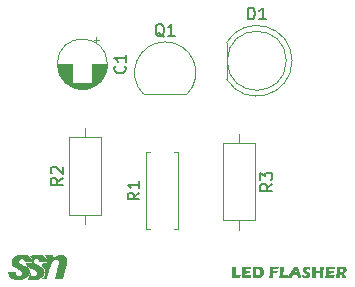
<source format=gbr>
%TF.GenerationSoftware,KiCad,Pcbnew,9.0.4*%
%TF.CreationDate,2025-12-02T16:43:16+05:30*%
%TF.ProjectId,Eg,45672e6b-6963-4616-945f-706362585858,rev?*%
%TF.SameCoordinates,Original*%
%TF.FileFunction,Legend,Top*%
%TF.FilePolarity,Positive*%
%FSLAX46Y46*%
G04 Gerber Fmt 4.6, Leading zero omitted, Abs format (unit mm)*
G04 Created by KiCad (PCBNEW 9.0.4) date 2025-12-02 16:43:16*
%MOMM*%
%LPD*%
G01*
G04 APERTURE LIST*
%ADD10C,0.100000*%
%ADD11C,0.150000*%
%ADD12C,0.000000*%
%ADD13C,0.120000*%
G04 APERTURE END LIST*
D10*
G36*
X155661243Y-115630000D02*
G01*
X155686095Y-115364508D01*
X155707588Y-114994724D01*
X155714794Y-114692107D01*
X155881367Y-114693450D01*
X156022784Y-114692046D01*
X156006236Y-114942090D01*
X155985781Y-115329703D01*
X155983094Y-115422943D01*
X156134098Y-115424958D01*
X156408138Y-115420012D01*
X156392812Y-115630000D01*
X156048735Y-115628656D01*
X155661243Y-115630000D01*
G37*
G36*
X156487151Y-115630000D02*
G01*
X156512247Y-115332329D01*
X156527939Y-115015912D01*
X156535816Y-114754267D01*
X156535144Y-114692107D01*
X156927154Y-114693450D01*
X157301517Y-114692107D01*
X157300052Y-114716775D01*
X157296632Y-114776249D01*
X157292541Y-114850865D01*
X157291137Y-114901301D01*
X157067838Y-114895806D01*
X156934970Y-114896172D01*
X156829213Y-114899164D01*
X156821275Y-115051693D01*
X157007083Y-115053647D01*
X157212796Y-115047663D01*
X157199485Y-115258750D01*
X157015936Y-115257407D01*
X156806742Y-115262597D01*
X156798743Y-115422882D01*
X156875252Y-115422882D01*
X157019295Y-115420683D01*
X157160711Y-115417020D01*
X157268117Y-115411036D01*
X157254134Y-115630000D01*
X156886854Y-115628595D01*
X156586313Y-115629267D01*
X156487151Y-115630000D01*
G37*
G36*
X158001188Y-114690962D02*
G01*
X158073203Y-114699007D01*
X158140251Y-114715847D01*
X158202529Y-114744375D01*
X158257795Y-114784173D01*
X158303157Y-114834562D01*
X158338427Y-114894019D01*
X158364951Y-114964804D01*
X158380910Y-115040292D01*
X158386261Y-115118311D01*
X158382087Y-115194876D01*
X158369774Y-115267604D01*
X158349721Y-115336824D01*
X158323857Y-115397053D01*
X158291339Y-115451475D01*
X158254858Y-115496338D01*
X158212717Y-115534769D01*
X158164610Y-115567473D01*
X158126331Y-115587221D01*
X158088407Y-115601851D01*
X158046367Y-115612356D01*
X157983565Y-115621817D01*
X157907209Y-115627829D01*
X157815954Y-115630000D01*
X157539959Y-115627923D01*
X157411427Y-115630061D01*
X157428438Y-115423065D01*
X157710685Y-115423065D01*
X157787255Y-115426789D01*
X157854682Y-115423525D01*
X157910964Y-115414455D01*
X157961721Y-115395231D01*
X158006158Y-115361821D01*
X158041254Y-115316669D01*
X158066791Y-115258079D01*
X158081581Y-115193872D01*
X158086514Y-115128080D01*
X158082968Y-115074307D01*
X158073017Y-115029014D01*
X158057388Y-114990816D01*
X158035091Y-114956485D01*
X158009375Y-114931063D01*
X157979963Y-114913269D01*
X157926744Y-114897551D01*
X157848072Y-114891409D01*
X157733827Y-114899042D01*
X157710685Y-115423065D01*
X157428438Y-115423065D01*
X157432126Y-115378185D01*
X157448490Y-115016950D01*
X157454658Y-114774112D01*
X157454658Y-114692046D01*
X157594609Y-114694183D01*
X157741399Y-114691130D01*
X157912247Y-114688016D01*
X158001188Y-114690962D01*
G37*
G36*
X158845010Y-115630000D02*
G01*
X158865038Y-115404869D01*
X158880730Y-115062440D01*
X158888241Y-114769349D01*
X158888241Y-114692107D01*
X159272740Y-114693450D01*
X159617733Y-114692107D01*
X159606681Y-114901301D01*
X159545254Y-114899225D01*
X159497505Y-114898553D01*
X159449694Y-114897882D01*
X159315116Y-114897882D01*
X159181088Y-114899225D01*
X159175043Y-115051693D01*
X159272130Y-115055540D01*
X159382772Y-115055540D01*
X159531027Y-115053464D01*
X159523394Y-115258323D01*
X159358164Y-115254842D01*
X159163319Y-115258262D01*
X159156542Y-115505130D01*
X159155870Y-115597637D01*
X159155870Y-115630000D01*
X159007065Y-115628656D01*
X158845010Y-115630000D01*
G37*
G36*
X159694181Y-115630000D02*
G01*
X159719033Y-115364508D01*
X159740526Y-114994724D01*
X159747732Y-114692107D01*
X159914305Y-114693450D01*
X160055722Y-114692046D01*
X160039174Y-114942090D01*
X160018719Y-115329703D01*
X160016032Y-115422943D01*
X160167035Y-115424958D01*
X160441076Y-115420012D01*
X160425750Y-115630000D01*
X160081673Y-115628656D01*
X159694181Y-115630000D01*
G37*
G36*
X161349232Y-114978726D02*
G01*
X161552137Y-115527479D01*
X161592803Y-115630061D01*
X161446441Y-115628656D01*
X161276203Y-115630000D01*
X161241044Y-115511589D01*
X161189619Y-115364263D01*
X160847923Y-115364263D01*
X160725008Y-115630000D01*
X160567960Y-115628656D01*
X160397173Y-115630061D01*
X160455608Y-115528578D01*
X160650382Y-115161053D01*
X160932431Y-115161053D01*
X161139122Y-115161053D01*
X161054675Y-114899469D01*
X160980303Y-115061463D01*
X160932431Y-115161053D01*
X160650382Y-115161053D01*
X160808784Y-114862161D01*
X160846275Y-114787606D01*
X160892620Y-114692107D01*
X161069391Y-114693450D01*
X161249092Y-114692107D01*
X161349232Y-114978726D01*
G37*
G36*
X161652032Y-115617971D02*
G01*
X161641634Y-115477272D01*
X161630966Y-115378613D01*
X161708764Y-115410590D01*
X161770062Y-115428804D01*
X161828104Y-115439291D01*
X161874476Y-115442421D01*
X161929922Y-115437569D01*
X161967899Y-115425019D01*
X161987604Y-115411043D01*
X161998615Y-115394366D01*
X162002337Y-115374033D01*
X161998979Y-115352418D01*
X161986278Y-115328970D01*
X161959289Y-115300272D01*
X161830818Y-115188103D01*
X161767925Y-115132660D01*
X161734345Y-115097391D01*
X161711261Y-115067325D01*
X161693527Y-115036358D01*
X161681646Y-115005654D01*
X161674725Y-114973560D01*
X161672365Y-114939036D01*
X161676041Y-114897508D01*
X161687142Y-114856666D01*
X161705493Y-114817909D01*
X161731594Y-114781133D01*
X161765120Y-114749075D01*
X161809996Y-114720500D01*
X161860379Y-114699096D01*
X161914349Y-114685757D01*
X161970443Y-114678821D01*
X162028838Y-114676475D01*
X162146775Y-114683059D01*
X162282117Y-114704197D01*
X162286941Y-114793040D01*
X162300252Y-114935495D01*
X162235761Y-114911583D01*
X162182833Y-114897759D01*
X162132688Y-114889838D01*
X162093745Y-114887501D01*
X162043880Y-114892647D01*
X162006489Y-114906613D01*
X161986213Y-114921397D01*
X161975478Y-114936760D01*
X161972051Y-114953386D01*
X161977363Y-114979398D01*
X161997575Y-115009317D01*
X162036959Y-115047358D01*
X162114139Y-115109152D01*
X162163293Y-115148169D01*
X162210554Y-115191400D01*
X162254457Y-115241592D01*
X162282972Y-115287021D01*
X162297810Y-115328787D01*
X162302695Y-115374033D01*
X162295334Y-115434436D01*
X162273080Y-115492247D01*
X162250682Y-115527396D01*
X162222867Y-115558052D01*
X162189183Y-115584570D01*
X162132340Y-115615230D01*
X162069993Y-115635129D01*
X162004087Y-115645864D01*
X161933217Y-115649539D01*
X161815569Y-115642531D01*
X161652032Y-115617971D01*
G37*
G36*
X162436479Y-115630000D02*
G01*
X162463224Y-115254354D01*
X162475497Y-114982084D01*
X162478916Y-114860940D01*
X162480321Y-114759762D01*
X162479588Y-114692107D01*
X162642070Y-114693450D01*
X162789043Y-114692107D01*
X162775032Y-114884764D01*
X162767733Y-115039909D01*
X163135502Y-115039909D01*
X163141852Y-114889577D01*
X163144966Y-114758663D01*
X163143562Y-114692107D01*
X163307449Y-114693450D01*
X163452957Y-114692107D01*
X163421449Y-115217290D01*
X163416466Y-115397565D01*
X163414610Y-115630000D01*
X163263729Y-115628656D01*
X163101674Y-115630000D01*
X163115825Y-115458885D01*
X163125122Y-115250935D01*
X162756681Y-115250935D01*
X162745080Y-115630000D01*
X162584734Y-115628656D01*
X162436479Y-115630000D01*
G37*
G36*
X163578009Y-115630000D02*
G01*
X163603105Y-115332329D01*
X163618797Y-115015912D01*
X163626674Y-114754267D01*
X163626003Y-114692107D01*
X164018012Y-114693450D01*
X164392376Y-114692107D01*
X164390910Y-114716775D01*
X164387491Y-114776249D01*
X164383400Y-114850865D01*
X164381995Y-114901301D01*
X164158696Y-114895806D01*
X164025828Y-114896172D01*
X163920071Y-114899164D01*
X163912133Y-115051693D01*
X164097941Y-115053647D01*
X164303654Y-115047663D01*
X164290343Y-115258750D01*
X164106795Y-115257407D01*
X163897601Y-115262597D01*
X163889602Y-115422882D01*
X163966111Y-115422882D01*
X164110153Y-115420683D01*
X164251570Y-115417020D01*
X164358975Y-115411036D01*
X164344993Y-115630000D01*
X163977712Y-115628595D01*
X163677172Y-115629267D01*
X163578009Y-115630000D01*
G37*
G36*
X164499476Y-115630000D02*
G01*
X164520237Y-115411036D01*
X164533182Y-115187309D01*
X164541425Y-114918825D01*
X164544173Y-114692046D01*
X164684124Y-114694183D01*
X164817236Y-114691130D01*
X164970315Y-114688016D01*
X165055521Y-114689834D01*
X165126264Y-114694855D01*
X165176269Y-114702422D01*
X165219993Y-114714760D01*
X165259900Y-114731954D01*
X165291189Y-114751458D01*
X165317982Y-114774696D01*
X165339427Y-114800001D01*
X165356330Y-114828671D01*
X165369408Y-114862955D01*
X165377362Y-114899902D01*
X165380094Y-114940319D01*
X165377095Y-114985343D01*
X165368370Y-115026475D01*
X165353417Y-115065291D01*
X165331550Y-115102069D01*
X165303414Y-115134852D01*
X165268292Y-115163251D01*
X165226006Y-115187526D01*
X165163450Y-115214909D01*
X165198255Y-115300333D01*
X165230312Y-115374460D01*
X165321842Y-115575717D01*
X165344862Y-115630061D01*
X165190256Y-115628656D01*
X165027590Y-115630000D01*
X164987534Y-115495666D01*
X164967812Y-115433140D01*
X164919269Y-115296058D01*
X164847705Y-115097855D01*
X164887346Y-115104301D01*
X164923176Y-115106343D01*
X164971173Y-115102514D01*
X165012875Y-115091566D01*
X165048693Y-115072308D01*
X165073569Y-115045893D01*
X165089060Y-115013902D01*
X165094085Y-114980924D01*
X165090162Y-114953749D01*
X165078698Y-114930610D01*
X165059740Y-114912299D01*
X165030033Y-114898248D01*
X164992078Y-114890693D01*
X164926596Y-114887501D01*
X164877137Y-114888539D01*
X164819129Y-114890188D01*
X164803497Y-115231212D01*
X164794644Y-115630000D01*
X164644434Y-115628656D01*
X164499476Y-115630000D01*
G37*
D11*
X159074819Y-107666666D02*
X158598628Y-107999999D01*
X159074819Y-108238094D02*
X158074819Y-108238094D01*
X158074819Y-108238094D02*
X158074819Y-107857142D01*
X158074819Y-107857142D02*
X158122438Y-107761904D01*
X158122438Y-107761904D02*
X158170057Y-107714285D01*
X158170057Y-107714285D02*
X158265295Y-107666666D01*
X158265295Y-107666666D02*
X158408152Y-107666666D01*
X158408152Y-107666666D02*
X158503390Y-107714285D01*
X158503390Y-107714285D02*
X158551009Y-107761904D01*
X158551009Y-107761904D02*
X158598628Y-107857142D01*
X158598628Y-107857142D02*
X158598628Y-108238094D01*
X158074819Y-107333332D02*
X158074819Y-106714285D01*
X158074819Y-106714285D02*
X158455771Y-107047618D01*
X158455771Y-107047618D02*
X158455771Y-106904761D01*
X158455771Y-106904761D02*
X158503390Y-106809523D01*
X158503390Y-106809523D02*
X158551009Y-106761904D01*
X158551009Y-106761904D02*
X158646247Y-106714285D01*
X158646247Y-106714285D02*
X158884342Y-106714285D01*
X158884342Y-106714285D02*
X158979580Y-106761904D01*
X158979580Y-106761904D02*
X159027200Y-106809523D01*
X159027200Y-106809523D02*
X159074819Y-106904761D01*
X159074819Y-106904761D02*
X159074819Y-107190475D01*
X159074819Y-107190475D02*
X159027200Y-107285713D01*
X159027200Y-107285713D02*
X158979580Y-107333332D01*
X141334819Y-107166666D02*
X140858628Y-107499999D01*
X141334819Y-107738094D02*
X140334819Y-107738094D01*
X140334819Y-107738094D02*
X140334819Y-107357142D01*
X140334819Y-107357142D02*
X140382438Y-107261904D01*
X140382438Y-107261904D02*
X140430057Y-107214285D01*
X140430057Y-107214285D02*
X140525295Y-107166666D01*
X140525295Y-107166666D02*
X140668152Y-107166666D01*
X140668152Y-107166666D02*
X140763390Y-107214285D01*
X140763390Y-107214285D02*
X140811009Y-107261904D01*
X140811009Y-107261904D02*
X140858628Y-107357142D01*
X140858628Y-107357142D02*
X140858628Y-107738094D01*
X140430057Y-106785713D02*
X140382438Y-106738094D01*
X140382438Y-106738094D02*
X140334819Y-106642856D01*
X140334819Y-106642856D02*
X140334819Y-106404761D01*
X140334819Y-106404761D02*
X140382438Y-106309523D01*
X140382438Y-106309523D02*
X140430057Y-106261904D01*
X140430057Y-106261904D02*
X140525295Y-106214285D01*
X140525295Y-106214285D02*
X140620533Y-106214285D01*
X140620533Y-106214285D02*
X140763390Y-106261904D01*
X140763390Y-106261904D02*
X141334819Y-106833332D01*
X141334819Y-106833332D02*
X141334819Y-106214285D01*
X147834819Y-108416666D02*
X147358628Y-108749999D01*
X147834819Y-108988094D02*
X146834819Y-108988094D01*
X146834819Y-108988094D02*
X146834819Y-108607142D01*
X146834819Y-108607142D02*
X146882438Y-108511904D01*
X146882438Y-108511904D02*
X146930057Y-108464285D01*
X146930057Y-108464285D02*
X147025295Y-108416666D01*
X147025295Y-108416666D02*
X147168152Y-108416666D01*
X147168152Y-108416666D02*
X147263390Y-108464285D01*
X147263390Y-108464285D02*
X147311009Y-108511904D01*
X147311009Y-108511904D02*
X147358628Y-108607142D01*
X147358628Y-108607142D02*
X147358628Y-108988094D01*
X147834819Y-107464285D02*
X147834819Y-108035713D01*
X147834819Y-107749999D02*
X146834819Y-107749999D01*
X146834819Y-107749999D02*
X146977676Y-107845237D01*
X146977676Y-107845237D02*
X147072914Y-107940475D01*
X147072914Y-107940475D02*
X147120533Y-108035713D01*
X149924761Y-95240057D02*
X149829523Y-95192438D01*
X149829523Y-95192438D02*
X149734285Y-95097200D01*
X149734285Y-95097200D02*
X149591428Y-94954342D01*
X149591428Y-94954342D02*
X149496190Y-94906723D01*
X149496190Y-94906723D02*
X149400952Y-94906723D01*
X149448571Y-95144819D02*
X149353333Y-95097200D01*
X149353333Y-95097200D02*
X149258095Y-95001961D01*
X149258095Y-95001961D02*
X149210476Y-94811485D01*
X149210476Y-94811485D02*
X149210476Y-94478152D01*
X149210476Y-94478152D02*
X149258095Y-94287676D01*
X149258095Y-94287676D02*
X149353333Y-94192438D01*
X149353333Y-94192438D02*
X149448571Y-94144819D01*
X149448571Y-94144819D02*
X149639047Y-94144819D01*
X149639047Y-94144819D02*
X149734285Y-94192438D01*
X149734285Y-94192438D02*
X149829523Y-94287676D01*
X149829523Y-94287676D02*
X149877142Y-94478152D01*
X149877142Y-94478152D02*
X149877142Y-94811485D01*
X149877142Y-94811485D02*
X149829523Y-95001961D01*
X149829523Y-95001961D02*
X149734285Y-95097200D01*
X149734285Y-95097200D02*
X149639047Y-95144819D01*
X149639047Y-95144819D02*
X149448571Y-95144819D01*
X150829523Y-95144819D02*
X150258095Y-95144819D01*
X150543809Y-95144819D02*
X150543809Y-94144819D01*
X150543809Y-94144819D02*
X150448571Y-94287676D01*
X150448571Y-94287676D02*
X150353333Y-94382914D01*
X150353333Y-94382914D02*
X150258095Y-94430533D01*
X157031905Y-93744819D02*
X157031905Y-92744819D01*
X157031905Y-92744819D02*
X157270000Y-92744819D01*
X157270000Y-92744819D02*
X157412857Y-92792438D01*
X157412857Y-92792438D02*
X157508095Y-92887676D01*
X157508095Y-92887676D02*
X157555714Y-92982914D01*
X157555714Y-92982914D02*
X157603333Y-93173390D01*
X157603333Y-93173390D02*
X157603333Y-93316247D01*
X157603333Y-93316247D02*
X157555714Y-93506723D01*
X157555714Y-93506723D02*
X157508095Y-93601961D01*
X157508095Y-93601961D02*
X157412857Y-93697200D01*
X157412857Y-93697200D02*
X157270000Y-93744819D01*
X157270000Y-93744819D02*
X157031905Y-93744819D01*
X158555714Y-93744819D02*
X157984286Y-93744819D01*
X158270000Y-93744819D02*
X158270000Y-92744819D01*
X158270000Y-92744819D02*
X158174762Y-92887676D01*
X158174762Y-92887676D02*
X158079524Y-92982914D01*
X158079524Y-92982914D02*
X157984286Y-93030533D01*
X146609580Y-97694067D02*
X146657200Y-97741686D01*
X146657200Y-97741686D02*
X146704819Y-97884543D01*
X146704819Y-97884543D02*
X146704819Y-97979781D01*
X146704819Y-97979781D02*
X146657200Y-98122638D01*
X146657200Y-98122638D02*
X146561961Y-98217876D01*
X146561961Y-98217876D02*
X146466723Y-98265495D01*
X146466723Y-98265495D02*
X146276247Y-98313114D01*
X146276247Y-98313114D02*
X146133390Y-98313114D01*
X146133390Y-98313114D02*
X145942914Y-98265495D01*
X145942914Y-98265495D02*
X145847676Y-98217876D01*
X145847676Y-98217876D02*
X145752438Y-98122638D01*
X145752438Y-98122638D02*
X145704819Y-97979781D01*
X145704819Y-97979781D02*
X145704819Y-97884543D01*
X145704819Y-97884543D02*
X145752438Y-97741686D01*
X145752438Y-97741686D02*
X145800057Y-97694067D01*
X146704819Y-96741686D02*
X146704819Y-97313114D01*
X146704819Y-97027400D02*
X145704819Y-97027400D01*
X145704819Y-97027400D02*
X145847676Y-97122638D01*
X145847676Y-97122638D02*
X145942914Y-97217876D01*
X145942914Y-97217876D02*
X145990533Y-97313114D01*
D12*
%TO.C,G\u002A\u002A\u002A*%
G36*
X138116055Y-113686581D02*
G01*
X138138970Y-113689416D01*
X138331951Y-113727883D01*
X138485868Y-113786757D01*
X138601448Y-113866648D01*
X138679418Y-113968164D01*
X138720503Y-114091913D01*
X138727777Y-114182619D01*
X138727777Y-114294444D01*
X138430415Y-114294444D01*
X138133053Y-114294444D01*
X138108190Y-114195702D01*
X138072425Y-114107422D01*
X138014712Y-114053833D01*
X137928406Y-114030054D01*
X137879627Y-114027777D01*
X137774314Y-114043367D01*
X137700018Y-114088884D01*
X137658908Y-114162453D01*
X137651010Y-114225419D01*
X137655880Y-114278487D01*
X137673716Y-114325489D01*
X137709356Y-114370494D01*
X137767640Y-114417573D01*
X137853405Y-114470795D01*
X137971491Y-114534231D01*
X138087605Y-114592656D01*
X138212251Y-114655339D01*
X138303628Y-114704343D01*
X138368924Y-114744396D01*
X138415321Y-114780228D01*
X138450006Y-114816570D01*
X138471549Y-114845402D01*
X138510049Y-114909605D01*
X138532289Y-114974438D01*
X138543791Y-115058443D01*
X138546345Y-115096568D01*
X138541024Y-115251707D01*
X138503028Y-115384425D01*
X138428171Y-115506419D01*
X138379264Y-115563162D01*
X138252660Y-115667050D01*
X138092869Y-115745797D01*
X137903940Y-115798525D01*
X137689921Y-115824356D01*
X137454863Y-115822413D01*
X137272813Y-115803024D01*
X137099356Y-115761249D01*
X136959974Y-115691816D01*
X136855340Y-115595423D01*
X136786124Y-115472769D01*
X136752996Y-115324556D01*
X136750000Y-115257795D01*
X136750000Y-115138888D01*
X137061111Y-115138888D01*
X137372222Y-115138888D01*
X137372222Y-115230000D01*
X137379456Y-115297342D01*
X137407516Y-115351805D01*
X137447777Y-115396666D01*
X137497344Y-115441189D01*
X137542967Y-115463735D01*
X137603819Y-115471561D01*
X137647427Y-115472222D01*
X137726875Y-115468385D01*
X137781719Y-115452589D01*
X137831451Y-115418407D01*
X137844093Y-115407378D01*
X137891886Y-115356742D01*
X137912656Y-115305081D01*
X137916666Y-115243044D01*
X137904168Y-115150311D01*
X137872222Y-115094251D01*
X137837022Y-115067015D01*
X137770148Y-115025326D01*
X137679956Y-114974040D01*
X137574801Y-114918015D01*
X137527777Y-114894035D01*
X137362936Y-114807155D01*
X137235788Y-114729514D01*
X137141904Y-114656172D01*
X137076856Y-114582190D01*
X137036214Y-114502629D01*
X137015550Y-114412549D01*
X137010375Y-114317006D01*
X137030582Y-114155400D01*
X137089661Y-114014490D01*
X137186160Y-113896274D01*
X137318628Y-113802753D01*
X137414903Y-113759277D01*
X137569402Y-113715470D01*
X137749040Y-113687664D01*
X137936897Y-113677490D01*
X138116055Y-113686581D01*
G37*
G36*
X139397561Y-113688879D02*
G01*
X139587790Y-113726201D01*
X139740058Y-113785734D01*
X139855286Y-113868167D01*
X139934398Y-113974188D01*
X139978317Y-114104485D01*
X139981666Y-114124406D01*
X139990255Y-114189575D01*
X139989188Y-114235517D01*
X139972356Y-114265593D01*
X139933654Y-114283165D01*
X139866973Y-114291591D01*
X139766207Y-114294235D01*
X139672684Y-114294444D01*
X139377902Y-114294444D01*
X139363945Y-114207164D01*
X139331572Y-114117089D01*
X139267961Y-114058287D01*
X139172606Y-114030378D01*
X139123770Y-114027777D01*
X139045731Y-114033615D01*
X138992152Y-114055335D01*
X138960101Y-114082323D01*
X138917086Y-114154016D01*
X138905094Y-114241135D01*
X138924885Y-114326556D01*
X138947553Y-114364064D01*
X138966192Y-114385590D01*
X138989657Y-114406128D01*
X139023777Y-114428920D01*
X139074387Y-114457209D01*
X139147318Y-114494236D01*
X139248402Y-114543245D01*
X139383471Y-114607477D01*
X139396420Y-114613607D01*
X139541786Y-114689935D01*
X139649112Y-114765349D01*
X139724284Y-114845703D01*
X139773187Y-114936850D01*
X139794864Y-115009861D01*
X139809074Y-115167871D01*
X139781892Y-115318343D01*
X139716248Y-115456988D01*
X139615076Y-115579518D01*
X139481309Y-115681645D01*
X139317877Y-115759079D01*
X139272222Y-115774231D01*
X139190116Y-115791569D01*
X139077006Y-115805192D01*
X138946225Y-115814486D01*
X138811106Y-115818835D01*
X138684980Y-115817625D01*
X138581180Y-115810239D01*
X138558935Y-115807142D01*
X138472680Y-115790389D01*
X138388853Y-115769552D01*
X138362141Y-115761451D01*
X138278634Y-115733891D01*
X138379913Y-115640906D01*
X138460000Y-115550487D01*
X138527666Y-115442697D01*
X138575367Y-115331977D01*
X138595561Y-115232766D01*
X138595727Y-115227777D01*
X138597471Y-115185477D01*
X138602082Y-115177637D01*
X138612503Y-115207314D01*
X138627059Y-115260350D01*
X138669301Y-115365817D01*
X138731654Y-115433409D01*
X138818734Y-115466911D01*
X138885676Y-115472222D01*
X139005709Y-115457070D01*
X139095064Y-115412917D01*
X139151345Y-115341714D01*
X139172154Y-115245413D01*
X139172222Y-115238888D01*
X139168116Y-115185823D01*
X139152211Y-115140586D01*
X139119128Y-115098340D01*
X139063486Y-115054242D01*
X138979906Y-115003453D01*
X138863008Y-114941132D01*
X138812714Y-114915440D01*
X138698615Y-114855593D01*
X138592208Y-114796230D01*
X138502935Y-114742872D01*
X138440239Y-114701041D01*
X138424062Y-114688201D01*
X138355793Y-114612326D01*
X138300657Y-114521739D01*
X138267404Y-114432560D01*
X138261599Y-114388888D01*
X138263121Y-114367447D01*
X138273219Y-114353221D01*
X138299439Y-114344732D01*
X138349327Y-114340500D01*
X138430431Y-114339046D01*
X138516666Y-114338888D01*
X138772222Y-114338888D01*
X138772222Y-114193730D01*
X138761451Y-114056286D01*
X138726638Y-113947218D01*
X138664032Y-113855359D01*
X138655351Y-113845894D01*
X138599255Y-113786234D01*
X138686594Y-113751287D01*
X138802858Y-113717083D01*
X138948502Y-113692793D01*
X139109316Y-113679666D01*
X139271091Y-113678949D01*
X139397561Y-113688879D01*
G37*
G36*
X141300696Y-113682006D02*
G01*
X141438014Y-113713961D01*
X141557139Y-113774837D01*
X141652102Y-113864759D01*
X141692465Y-113927777D01*
X141716342Y-113982934D01*
X141730266Y-114044254D01*
X141736306Y-114125206D01*
X141736817Y-114216666D01*
X141735232Y-114277336D01*
X141730928Y-114336185D01*
X141722608Y-114399149D01*
X141708974Y-114472163D01*
X141688728Y-114561161D01*
X141660573Y-114672079D01*
X141623211Y-114810851D01*
X141575345Y-114983411D01*
X141547315Y-115083333D01*
X141359885Y-115750000D01*
X141010498Y-115756119D01*
X140891572Y-115757581D01*
X140790020Y-115757645D01*
X140713341Y-115756402D01*
X140669036Y-115753942D01*
X140661111Y-115751891D01*
X140666744Y-115728674D01*
X140682692Y-115667908D01*
X140707525Y-115574910D01*
X140739816Y-115454995D01*
X140778135Y-115313480D01*
X140821054Y-115155682D01*
X140838888Y-115090299D01*
X140897039Y-114874786D01*
X140942974Y-114697482D01*
X140977244Y-114554023D01*
X141000400Y-114440046D01*
X141012994Y-114351188D01*
X141015577Y-114283086D01*
X141008702Y-114231377D01*
X140992918Y-114191699D01*
X140968778Y-114159688D01*
X140957866Y-114148938D01*
X140879318Y-114104496D01*
X140782290Y-114091874D01*
X140677904Y-114109740D01*
X140577278Y-114156762D01*
X140520122Y-114201413D01*
X140478622Y-114246959D01*
X140439265Y-114305098D01*
X140400301Y-114380351D01*
X140359983Y-114477237D01*
X140316561Y-114600276D01*
X140268286Y-114753988D01*
X140213410Y-114942891D01*
X140163121Y-115124071D01*
X140119937Y-115282280D01*
X140080839Y-115426175D01*
X140047299Y-115550288D01*
X140020786Y-115649153D01*
X140002772Y-115717303D01*
X139994729Y-115749271D01*
X139994444Y-115750909D01*
X139973717Y-115755007D01*
X139917514Y-115758319D01*
X139834801Y-115760472D01*
X139749810Y-115761111D01*
X139505177Y-115761111D01*
X139645408Y-115622222D01*
X139725950Y-115536700D01*
X139779222Y-115463939D01*
X139814178Y-115390951D01*
X139823375Y-115364114D01*
X139856305Y-115202501D01*
X139853677Y-115046505D01*
X139817162Y-114903498D01*
X139748430Y-114780856D01*
X139673901Y-114704373D01*
X139591370Y-114638164D01*
X139629649Y-114500481D01*
X139667928Y-114362798D01*
X139847853Y-114356399D01*
X140027777Y-114350000D01*
X140026358Y-114183333D01*
X140018009Y-114056519D01*
X139992023Y-113958933D01*
X139943262Y-113877149D01*
X139885433Y-113815049D01*
X139846658Y-113772211D01*
X139829633Y-113740530D01*
X139830401Y-113734643D01*
X139855378Y-113728354D01*
X139916753Y-113723024D01*
X140006483Y-113719077D01*
X140116525Y-113716932D01*
X140173533Y-113716666D01*
X140309195Y-113717617D01*
X140405318Y-113720740D01*
X140466769Y-113726445D01*
X140498420Y-113735140D01*
X140505555Y-113744515D01*
X140499748Y-113778663D01*
X140484487Y-113841998D01*
X140463014Y-113921112D01*
X140461937Y-113924887D01*
X140418319Y-114077410D01*
X140550132Y-113951682D01*
X140688878Y-113840903D01*
X140839276Y-113758421D01*
X140995358Y-113704361D01*
X141151154Y-113678848D01*
X141300696Y-113682006D01*
G37*
D13*
%TO.C,R3*%
X156250000Y-103460000D02*
X156250000Y-104230000D01*
X156250000Y-111540000D02*
X156250000Y-110770000D01*
X157620000Y-104230000D02*
X154880000Y-104230000D01*
X154880000Y-110770000D01*
X157620000Y-110770000D01*
X157620000Y-104230000D01*
%TO.C,R2*%
X143250000Y-111040000D02*
X143250000Y-110270000D01*
X143250000Y-102960000D02*
X143250000Y-103730000D01*
X141880000Y-110270000D02*
X144620000Y-110270000D01*
X144620000Y-103730000D01*
X141880000Y-103730000D01*
X141880000Y-110270000D01*
%TO.C,R1*%
X148380000Y-111520000D02*
X148380000Y-104980000D01*
X148710000Y-111520000D02*
X148380000Y-111520000D01*
X150790000Y-111520000D02*
X151120000Y-111520000D01*
X151120000Y-111520000D02*
X151120000Y-104980000D01*
X148380000Y-104980000D02*
X148710000Y-104980000D01*
X151120000Y-104980000D02*
X150790000Y-104980000D01*
%TO.C,Q1*%
X148220000Y-100100000D02*
X151820000Y-100100000D01*
X148181522Y-100088478D02*
G75*
G02*
X150020000Y-95649999I1838478J1838478D01*
G01*
X150020000Y-95650000D02*
G75*
G02*
X151858478Y-100088478I0J-2600000D01*
G01*
%TO.C,D1*%
X155210000Y-95705000D02*
X155210000Y-98795000D01*
X155210000Y-95705170D02*
G75*
G02*
X160760000Y-97250000I2560000J-1544830D01*
G01*
X160760000Y-97250000D02*
G75*
G02*
X155210000Y-98794830I-2990000J0D01*
G01*
X160270000Y-97250000D02*
G75*
G02*
X155270000Y-97250000I-2500000J0D01*
G01*
X155270000Y-97250000D02*
G75*
G02*
X160270000Y-97250000I2500000J0D01*
G01*
%TO.C,C1*%
X144195000Y-95257600D02*
X144195000Y-95657600D01*
X144395000Y-95457600D02*
X143995000Y-95457600D01*
X145080000Y-97527401D02*
X143840000Y-97527401D01*
X142160000Y-97527401D02*
X140920000Y-97527401D01*
X145080000Y-97567401D02*
X143840000Y-97567401D01*
X142160000Y-97567401D02*
X140920000Y-97567401D01*
X145078000Y-97607401D02*
X143840000Y-97607401D01*
X142160000Y-97607401D02*
X140922000Y-97607401D01*
X145077000Y-97647401D02*
X143840000Y-97647401D01*
X142160000Y-97647401D02*
X140923000Y-97647401D01*
X145074000Y-97687401D02*
X143840000Y-97687401D01*
X142160000Y-97687401D02*
X140926000Y-97687401D01*
X145071000Y-97727401D02*
X143840000Y-97727401D01*
X142160000Y-97727401D02*
X140929000Y-97727401D01*
X145066000Y-97767401D02*
X143840000Y-97767401D01*
X142160000Y-97767401D02*
X140934000Y-97767401D01*
X145061000Y-97807401D02*
X143840000Y-97807401D01*
X142160000Y-97807401D02*
X140939000Y-97807401D01*
X145056000Y-97847401D02*
X143840000Y-97847401D01*
X142160000Y-97847401D02*
X140944000Y-97847401D01*
X145049000Y-97887401D02*
X143840000Y-97887401D01*
X142160000Y-97887401D02*
X140951000Y-97887401D01*
X145042000Y-97927401D02*
X143840000Y-97927401D01*
X142160000Y-97927401D02*
X140958000Y-97927401D01*
X145034000Y-97967401D02*
X143840000Y-97967401D01*
X142160000Y-97967401D02*
X140966000Y-97967401D01*
X145025000Y-98007401D02*
X143840000Y-98007401D01*
X142160000Y-98007401D02*
X140975000Y-98007401D01*
X145015000Y-98047401D02*
X143840000Y-98047401D01*
X142160000Y-98047401D02*
X140985000Y-98047401D01*
X145005000Y-98087401D02*
X143840000Y-98087401D01*
X142160000Y-98087401D02*
X140995000Y-98087401D01*
X144993000Y-98127401D02*
X143840000Y-98127401D01*
X142160000Y-98127401D02*
X141007000Y-98127401D01*
X144981000Y-98167401D02*
X143840000Y-98167401D01*
X142160000Y-98167401D02*
X141019000Y-98167401D01*
X144968000Y-98207401D02*
X143840000Y-98207401D01*
X142160000Y-98207401D02*
X141032000Y-98207401D01*
X144954000Y-98247401D02*
X143840000Y-98247401D01*
X142160000Y-98247401D02*
X141046000Y-98247401D01*
X144939000Y-98287401D02*
X143840000Y-98287401D01*
X142160000Y-98287401D02*
X141061000Y-98287401D01*
X144923000Y-98327401D02*
X143840000Y-98327401D01*
X142160000Y-98327401D02*
X141077000Y-98327401D01*
X144906000Y-98367401D02*
X143840000Y-98367401D01*
X142160000Y-98367401D02*
X141094000Y-98367401D01*
X144889000Y-98407401D02*
X143840000Y-98407401D01*
X142160000Y-98407401D02*
X141111000Y-98407401D01*
X144870000Y-98447401D02*
X143840000Y-98447401D01*
X142160000Y-98447401D02*
X141130000Y-98447401D01*
X144850000Y-98487401D02*
X143840000Y-98487401D01*
X142160000Y-98487401D02*
X141150000Y-98487401D01*
X144829000Y-98527401D02*
X143840000Y-98527401D01*
X142160000Y-98527401D02*
X141171000Y-98527401D01*
X144807000Y-98567401D02*
X143840000Y-98567401D01*
X142160000Y-98567401D02*
X141193000Y-98567401D01*
X144784000Y-98607401D02*
X143840000Y-98607401D01*
X142160000Y-98607401D02*
X141216000Y-98607401D01*
X144760000Y-98647401D02*
X143840000Y-98647401D01*
X142160000Y-98647401D02*
X141240000Y-98647401D01*
X144734000Y-98687401D02*
X143840000Y-98687401D01*
X142160000Y-98687401D02*
X141266000Y-98687401D01*
X144708000Y-98727401D02*
X143840000Y-98727401D01*
X142160000Y-98727401D02*
X141292000Y-98727401D01*
X144680000Y-98767401D02*
X143840000Y-98767401D01*
X142160000Y-98767401D02*
X141320000Y-98767401D01*
X144650000Y-98807401D02*
X143840000Y-98807401D01*
X142160000Y-98807401D02*
X141350000Y-98807401D01*
X144619000Y-98847401D02*
X143840000Y-98847401D01*
X142160000Y-98847401D02*
X141381000Y-98847401D01*
X144586000Y-98887401D02*
X143840000Y-98887401D01*
X142160000Y-98887401D02*
X141414000Y-98887401D01*
X144552000Y-98927401D02*
X143840000Y-98927401D01*
X142160000Y-98927401D02*
X141448000Y-98927401D01*
X144516000Y-98967401D02*
X143840000Y-98967401D01*
X142160000Y-98967401D02*
X141484000Y-98967401D01*
X144478000Y-99007401D02*
X143840000Y-99007401D01*
X142160000Y-99007401D02*
X141522000Y-99007401D01*
X144438000Y-99047401D02*
X143840000Y-99047401D01*
X142160000Y-99047401D02*
X141562000Y-99047401D01*
X144396000Y-99087401D02*
X143840000Y-99087401D01*
X142160000Y-99087401D02*
X141604000Y-99087401D01*
X144351000Y-99127401D02*
X141649000Y-99127401D01*
X144303000Y-99167401D02*
X141697000Y-99167401D01*
X144253000Y-99207401D02*
X141747000Y-99207401D01*
X144199000Y-99247401D02*
X141801000Y-99247401D01*
X144142000Y-99287401D02*
X141858000Y-99287401D01*
X144080000Y-99327401D02*
X141920000Y-99327401D01*
X144013000Y-99367401D02*
X141987000Y-99367401D01*
X143940000Y-99407401D02*
X142060000Y-99407401D01*
X143859000Y-99447401D02*
X142141000Y-99447401D01*
X143768000Y-99487401D02*
X142232000Y-99487401D01*
X143663000Y-99527401D02*
X142337000Y-99527401D01*
X143537000Y-99567401D02*
X142463000Y-99567401D01*
X143370000Y-99607401D02*
X142630000Y-99607401D01*
X145120000Y-97527401D02*
G75*
G02*
X140880000Y-97527401I-2120000J0D01*
G01*
X140880000Y-97527401D02*
G75*
G02*
X145120000Y-97527401I2120000J0D01*
G01*
%TD*%
M02*

</source>
